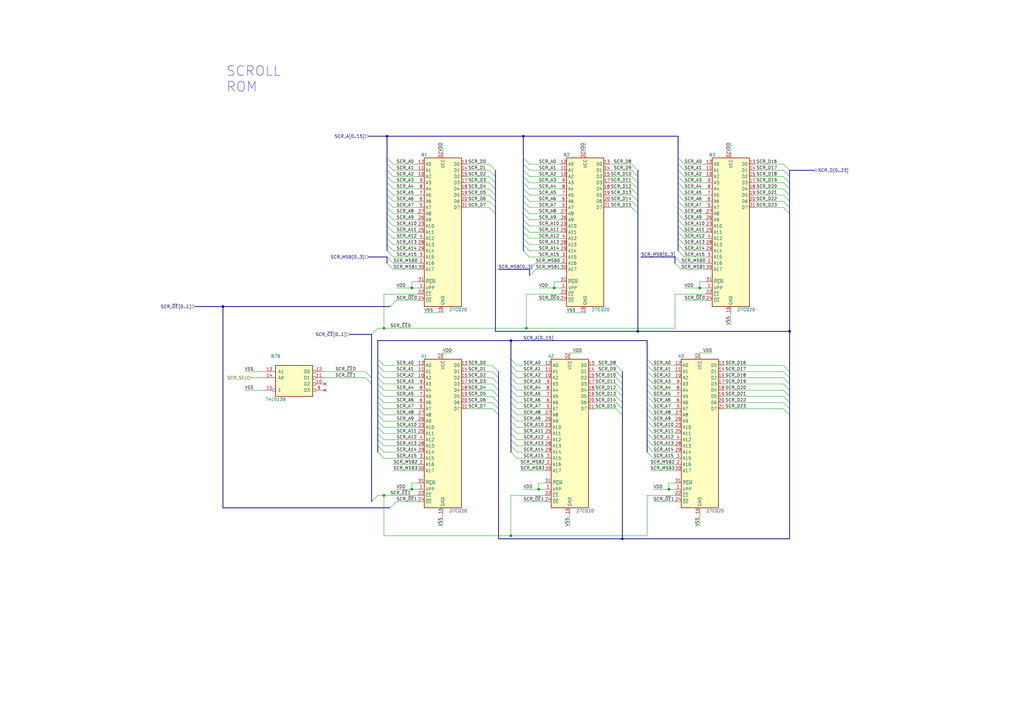
<source format=kicad_sch>
(kicad_sch (version 20211123) (generator eeschema)
  (paper "A3")
  (title_block (title "System 18") (date "2022-03-18") (rev "José Tejada G.") (company "JOTEGO") (comment 1 "Esperanza Triana"))
  (lib_symbols
    (symbol "74xx:74LS139" (pin_names (offset 1.016))
      (property "Reference" "U" (at -7.62 8.89 0))
      (property "Value" "74LS139" (at -7.62 -8.89 0))
      (symbol "74LS139_1_0"
        (pin input inverted (at -12.7 -5.08 0) (length 5.08) (name "E") (number "1"))
        (pin input line (at -12.7 0 0) (length 5.08) (name "A0") (number "2"))
        (pin input line (at -12.7 2.54 0) (length 5.08) (name "A1") (number "3"))
        (pin output inverted (at 12.7 2.54 180) (length 5.08) (name "O0") (number "4"))
        (pin output inverted (at 12.7 0 180) (length 5.08) (name "O1") (number "5"))
        (pin output inverted (at 12.7 -2.54 180) (length 5.08) (name "O2") (number "6"))
        (pin output inverted (at 12.7 -5.08 180) (length 5.08) (name "O3") (number "7"))
      )
      (symbol "74LS139_1_1"
        (rectangle (start -7.62 5.08) (end 7.62 -7.62) (stroke (width 0.254)) (fill (type background)))
      )
      (symbol "74LS139_2_0"
        (pin output inverted (at 12.7 -2.54 180) (length 5.08) (name "O2") (number "10"))
        (pin output inverted (at 12.7 0 180) (length 5.08) (name "O1") (number "11"))
        (pin output inverted (at 12.7 2.54 180) (length 5.08) (name "O0") (number "12"))
        (pin input line (at -12.7 2.54 0) (length 5.08) (name "A1") (number "13"))
        (pin input line (at -12.7 0 0) (length 5.08) (name "A0") (number "14"))
        (pin input inverted (at -12.7 -5.08 0) (length 5.08) (name "E") (number "15"))
        (pin output inverted (at 12.7 -5.08 180) (length 5.08) (name "O3") (number "9"))
      )
      (symbol "74LS139_2_1"
        (rectangle (start -7.62 5.08) (end 7.62 -7.62) (stroke (width 0.254)) (fill (type background)))
      )
      (symbol "74LS139_3_0"
        (pin power_in line (at 0 12.7 270) (length 5.08) (name "VCC") (number "16"))
        (pin power_in line (at 0 -12.7 90) (length 5.08) (name "GND") (number "8"))
      )
      (symbol "74LS139_3_1"
        (rectangle (start -5.08 7.62) (end 5.08 -7.62) (stroke (width 0.254)) (fill (type background)))
      )
    )
    (symbol "Memory_EPROM:27C020"
      (property "Reference" "U" (at -7.62 31.75 0))
      (property "Value" "27C020" (at 2.54 -31.75 0))
      (symbol "27C020_1_1"
        (rectangle (start -7.62 30.48) (end 7.62 -30.48) (stroke (width 0.254)) (fill (type background)))
        (pin input line (at -10.16 -22.86 0) (length 2.54) (name "VPP") (number "1"))
        (pin input line (at -10.16 22.86 0) (length 2.54) (name "A2") (number "10"))
        (pin input line (at -10.16 25.4 0) (length 2.54) (name "A1") (number "11"))
        (pin input line (at -10.16 27.94 0) (length 2.54) (name "A0") (number "12"))
        (pin tri_state line (at 10.16 27.94 180) (length 2.54) (name "D0") (number "13"))
        (pin tri_state line (at 10.16 25.4 180) (length 2.54) (name "D1") (number "14"))
        (pin tri_state line (at 10.16 22.86 180) (length 2.54) (name "D2") (number "15"))
        (pin power_in line (at 0 -33.02 90) (length 2.54) (name "GND") (number "16"))
        (pin tri_state line (at 10.16 20.32 180) (length 2.54) (name "D3") (number "17"))
        (pin tri_state line (at 10.16 17.78 180) (length 2.54) (name "D4") (number "18"))
        (pin tri_state line (at 10.16 15.24 180) (length 2.54) (name "D5") (number "19"))
        (pin input line (at -10.16 -12.7 0) (length 2.54) (name "A16") (number "2"))
        (pin tri_state line (at 10.16 12.7 180) (length 2.54) (name "D6") (number "20"))
        (pin tri_state line (at 10.16 10.16 180) (length 2.54) (name "D7") (number "21"))
        (pin input line (at -10.16 -25.4 0) (length 2.54) (name "~{CE}") (number "22"))
        (pin input line (at -10.16 2.54 0) (length 2.54) (name "A10") (number "23"))
        (pin input line (at -10.16 -27.94 0) (length 2.54) (name "~{OE}") (number "24"))
        (pin input line (at -10.16 0 0) (length 2.54) (name "A11") (number "25"))
        (pin input line (at -10.16 5.08 0) (length 2.54) (name "A9") (number "26"))
        (pin input line (at -10.16 7.62 0) (length 2.54) (name "A8") (number "27"))
        (pin input line (at -10.16 -5.08 0) (length 2.54) (name "A13") (number "28"))
        (pin input line (at -10.16 -7.62 0) (length 2.54) (name "A14") (number "29"))
        (pin input line (at -10.16 -10.16 0) (length 2.54) (name "A15") (number "3"))
        (pin input line (at -10.16 -15.24 0) (length 2.54) (name "A17") (number "30"))
        (pin input line (at -10.16 -20.32 0) (length 2.54) (name "~{PGM}") (number "31"))
        (pin power_in line (at 0 33.02 270) (length 2.54) (name "VCC") (number "32"))
        (pin input line (at -10.16 -2.54 0) (length 2.54) (name "A12") (number "4"))
        (pin input line (at -10.16 10.16 0) (length 2.54) (name "A7") (number "5"))
        (pin input line (at -10.16 12.7 0) (length 2.54) (name "A6") (number "6"))
        (pin input line (at -10.16 15.24 0) (length 2.54) (name "A5") (number "7"))
        (pin input line (at -10.16 17.78 0) (length 2.54) (name "A4") (number "8"))
        (pin input line (at -10.16 20.32 0) (length 2.54) (name "A3") (number "9"))
      )
    )
  )
  (junction (at 168.91 200.66))
  (junction (at 158.75 55.88))
  (junction (at 261.62 135.89))
  (junction (at 209.55 219.71))
  (junction (at 209.55 139.7))
  (junction (at 323.85 135.89))
  (junction (at 215.9 134.62))
  (junction (at 274.32 200.66))
  (junction (at 157.48 203.2))
  (junction (at 227.33 118.11))
  (junction (at 287.02 118.11))
  (junction (at 255.27 220.98))
  (junction (at 157.48 134.62))
  (junction (at 91.44 125.73))
  (junction (at 220.98 200.66))
  (junction (at 214.63 55.88))
  (junction (at 168.91 118.11))
  (no_connect (at 133.35 157.48))
  (no_connect (at 133.35 160.02))
  (bus_entry (at 265.43 157.48) (size 2.54 2.54))
  (bus_entry (at 321.31 157.48) (size 2.54 2.54))
  (bus_entry (at 149.86 152.4) (size 2.54 2.54))
  (bus_entry (at 201.93 160.02) (size 2.54 2.54))
  (bus_entry (at 214.63 77.47) (size 2.54 2.54))
  (bus_entry (at 149.86 154.94) (size 2.54 2.54))
  (bus_entry (at 252.73 157.48) (size 2.54 2.54))
  (bus_entry (at 209.55 147.32) (size 2.54 2.54))
  (bus_entry (at 214.63 92.71) (size 2.54 2.54))
  (bus_entry (at 278.13 67.31) (size 2.54 2.54))
  (bus_entry (at 214.63 74.93) (size 2.54 2.54))
  (bus_entry (at 321.31 165.1) (size 2.54 2.54))
  (bus_entry (at 201.93 154.94) (size 2.54 2.54))
  (bus_entry (at 214.63 87.63) (size 2.54 2.54))
  (bus_entry (at 158.75 77.47) (size 2.54 2.54))
  (bus_entry (at 158.75 100.33) (size 2.54 2.54))
  (bus_entry (at 265.43 152.4) (size 2.54 2.54))
  (bus_entry (at 200.66 80.01) (size 2.54 2.54))
  (bus_entry (at 158.75 74.93) (size 2.54 2.54))
  (bus_entry (at 214.63 80.01) (size 2.54 2.54))
  (bus_entry (at 154.94 165.1) (size 2.54 2.54))
  (bus_entry (at 321.31 154.94) (size 2.54 2.54))
  (bus_entry (at 158.75 72.39) (size 2.54 2.54))
  (bus_entry (at 200.66 72.39) (size 2.54 2.54))
  (bus_entry (at 160.02 208.28) (size 2.54 -2.54))
  (bus_entry (at 200.66 77.47) (size 2.54 2.54))
  (bus_entry (at 278.13 92.71) (size 2.54 2.54))
  (bus_entry (at 321.31 152.4) (size 2.54 2.54))
  (bus_entry (at 278.13 64.77) (size 2.54 2.54))
  (bus_entry (at 154.94 154.94) (size 2.54 2.54))
  (bus_entry (at 278.13 97.79) (size 2.54 2.54))
  (bus_entry (at 265.43 154.94) (size 2.54 2.54))
  (bus_entry (at 154.94 152.4) (size 2.54 2.54))
  (bus_entry (at 265.43 185.42) (size 2.54 2.54))
  (bus_entry (at 158.75 90.17) (size 2.54 2.54))
  (bus_entry (at 321.31 162.56) (size 2.54 2.54))
  (bus_entry (at 209.55 160.02) (size 2.54 2.54))
  (bus_entry (at 209.55 149.86) (size 2.54 2.54))
  (bus_entry (at 265.43 175.26) (size 2.54 2.54))
  (bus_entry (at 321.31 160.02) (size 2.54 2.54))
  (bus_entry (at 252.73 167.64) (size 2.54 2.54))
  (bus_entry (at 200.66 82.55) (size 2.54 2.54))
  (bus_entry (at 154.94 175.26) (size 2.54 2.54))
  (bus_entry (at 217.17 113.03) (size 2.54 -2.54))
  (bus_entry (at 252.73 154.94) (size 2.54 2.54))
  (bus_entry (at 201.93 152.4) (size 2.54 2.54))
  (bus_entry (at 209.55 170.18) (size 2.54 2.54))
  (bus_entry (at 214.63 67.31) (size 2.54 2.54))
  (bus_entry (at 265.43 180.34) (size 2.54 2.54))
  (bus_entry (at 265.43 172.72) (size 2.54 2.54))
  (bus_entry (at 276.86 105.41) (size 2.54 2.54))
  (bus_entry (at 259.08 69.85) (size 2.54 2.54))
  (bus_entry (at 154.94 170.18) (size 2.54 2.54))
  (bus_entry (at 154.94 160.02) (size 2.54 2.54))
  (bus_entry (at 276.86 107.95) (size 2.54 2.54))
  (bus_entry (at 201.93 167.64) (size 2.54 2.54))
  (bus_entry (at 321.31 85.09) (size 2.54 2.54))
  (bus_entry (at 252.73 152.4) (size 2.54 2.54))
  (bus_entry (at 200.66 85.09) (size 2.54 2.54))
  (bus_entry (at 278.13 87.63) (size 2.54 2.54))
  (bus_entry (at 278.13 82.55) (size 2.54 2.54))
  (bus_entry (at 158.75 82.55) (size 2.54 2.54))
  (bus_entry (at 201.93 149.86) (size 2.54 2.54))
  (bus_entry (at 259.08 74.93) (size 2.54 2.54))
  (bus_entry (at 214.63 90.17) (size 2.54 2.54))
  (bus_entry (at 214.63 97.79) (size 2.54 2.54))
  (bus_entry (at 214.63 69.85) (size 2.54 2.54))
  (bus_entry (at 209.55 157.48) (size 2.54 2.54))
  (bus_entry (at 278.13 85.09) (size 2.54 2.54))
  (bus_entry (at 321.31 67.31) (size 2.54 2.54))
  (bus_entry (at 217.17 110.49) (size 2.54 -2.54))
  (bus_entry (at 158.75 87.63) (size 2.54 2.54))
  (bus_entry (at 278.13 72.39) (size 2.54 2.54))
  (bus_entry (at 158.75 80.01) (size 2.54 2.54))
  (bus_entry (at 154.94 177.8) (size 2.54 2.54))
  (bus_entry (at 152.4 205.74) (size 2.54 -2.54))
  (bus_entry (at 201.93 162.56) (size 2.54 2.54))
  (bus_entry (at 201.93 165.1) (size 2.54 2.54))
  (bus_entry (at 278.13 102.87) (size 2.54 2.54))
  (bus_entry (at 209.55 180.34) (size 2.54 2.54))
  (bus_entry (at 265.43 170.18) (size 2.54 2.54))
  (bus_entry (at 152.4 137.16) (size 2.54 -2.54))
  (bus_entry (at 265.43 147.32) (size 2.54 2.54))
  (bus_entry (at 200.66 74.93) (size 2.54 2.54))
  (bus_entry (at 154.94 147.32) (size 2.54 2.54))
  (bus_entry (at 154.94 167.64) (size 2.54 2.54))
  (bus_entry (at 214.63 82.55) (size 2.54 2.54))
  (bus_entry (at 154.94 149.86) (size 2.54 2.54))
  (bus_entry (at 209.55 162.56) (size 2.54 2.54))
  (bus_entry (at 259.08 77.47) (size 2.54 2.54))
  (bus_entry (at 252.73 165.1) (size 2.54 2.54))
  (bus_entry (at 259.08 72.39) (size 2.54 2.54))
  (bus_entry (at 321.31 82.55) (size 2.54 2.54))
  (bus_entry (at 321.31 72.39) (size 2.54 2.54))
  (bus_entry (at 278.13 69.85) (size 2.54 2.54))
  (bus_entry (at 214.63 102.87) (size 2.54 2.54))
  (bus_entry (at 200.66 69.85) (size 2.54 2.54))
  (bus_entry (at 214.63 95.25) (size 2.54 2.54))
  (bus_entry (at 321.31 149.86) (size 2.54 2.54))
  (bus_entry (at 158.75 85.09) (size 2.54 2.54))
  (bus_entry (at 214.63 85.09) (size 2.54 2.54))
  (bus_entry (at 201.93 157.48) (size 2.54 2.54))
  (bus_entry (at 265.43 167.64) (size 2.54 2.54))
  (bus_entry (at 209.55 177.8) (size 2.54 2.54))
  (bus_entry (at 214.63 64.77) (size 2.54 2.54))
  (bus_entry (at 154.94 182.88) (size 2.54 2.54))
  (bus_entry (at 158.75 64.77) (size 2.54 2.54))
  (bus_entry (at 259.08 80.01) (size 2.54 2.54))
  (bus_entry (at 265.43 177.8) (size 2.54 2.54))
  (bus_entry (at 160.02 125.73) (size 2.54 -2.54))
  (bus_entry (at 200.66 67.31) (size 2.54 2.54))
  (bus_entry (at 158.75 107.95) (size 2.54 2.54))
  (bus_entry (at 321.31 74.93) (size 2.54 2.54))
  (bus_entry (at 252.73 160.02) (size 2.54 2.54))
  (bus_entry (at 214.63 100.33) (size 2.54 2.54))
  (bus_entry (at 259.08 85.09) (size 2.54 2.54))
  (bus_entry (at 158.75 69.85) (size 2.54 2.54))
  (bus_entry (at 209.55 165.1) (size 2.54 2.54))
  (bus_entry (at 252.73 162.56) (size 2.54 2.54))
  (bus_entry (at 278.13 90.17) (size 2.54 2.54))
  (bus_entry (at 265.43 162.56) (size 2.54 2.54))
  (bus_entry (at 209.55 167.64) (size 2.54 2.54))
  (bus_entry (at 259.08 67.31) (size 2.54 2.54))
  (bus_entry (at 158.75 67.31) (size 2.54 2.54))
  (bus_entry (at 209.55 152.4) (size 2.54 2.54))
  (bus_entry (at 158.75 102.87) (size 2.54 2.54))
  (bus_entry (at 209.55 172.72) (size 2.54 2.54))
  (bus_entry (at 321.31 167.64) (size 2.54 2.54))
  (bus_entry (at 154.94 162.56) (size 2.54 2.54))
  (bus_entry (at 158.75 105.41) (size 2.54 2.54))
  (bus_entry (at 278.13 95.25) (size 2.54 2.54))
  (bus_entry (at 158.75 97.79) (size 2.54 2.54))
  (bus_entry (at 209.55 185.42) (size 2.54 2.54))
  (bus_entry (at 259.08 82.55) (size 2.54 2.54))
  (bus_entry (at 209.55 154.94) (size 2.54 2.54))
  (bus_entry (at 278.13 80.01) (size 2.54 2.54))
  (bus_entry (at 158.75 95.25) (size 2.54 2.54))
  (bus_entry (at 154.94 180.34) (size 2.54 2.54))
  (bus_entry (at 154.94 185.42) (size 2.54 2.54))
  (bus_entry (at 252.73 149.86) (size 2.54 2.54))
  (bus_entry (at 154.94 172.72) (size 2.54 2.54))
  (bus_entry (at 209.55 182.88) (size 2.54 2.54))
  (bus_entry (at 278.13 100.33) (size 2.54 2.54))
  (bus_entry (at 278.13 77.47) (size 2.54 2.54))
  (bus_entry (at 265.43 160.02) (size 2.54 2.54))
  (bus_entry (at 158.75 92.71) (size 2.54 2.54))
  (bus_entry (at 321.31 69.85) (size 2.54 2.54))
  (bus_entry (at 321.31 77.47) (size 2.54 2.54))
  (bus_entry (at 265.43 182.88) (size 2.54 2.54))
  (bus_entry (at 154.94 157.48) (size 2.54 2.54))
  (bus_entry (at 278.13 74.93) (size 2.54 2.54))
  (bus_entry (at 265.43 165.1) (size 2.54 2.54))
  (bus_entry (at 321.31 80.01) (size 2.54 2.54))
  (bus_entry (at 265.43 149.86) (size 2.54 2.54))
  (bus_entry (at 214.63 72.39) (size 2.54 2.54))
  (bus_entry (at 209.55 175.26) (size 2.54 2.54))
  (wire (pts (xy 217.17 105.41) (xy 229.87 105.41)))
  (bus (pts (xy 323.85 170.18) (xy 323.85 220.98)))
  (bus (pts (xy 278.13 69.85) (xy 278.13 72.39)))
  (bus (pts (xy 265.43 175.26) (xy 265.43 177.8)))
  (bus (pts (xy 214.63 55.88) (xy 214.63 64.77)))
  (bus (pts (xy 265.43 182.88) (xy 265.43 185.42)))
  (wire (pts (xy 321.31 74.93) (xy 309.88 74.93)))
  (wire (pts (xy 267.97 175.26) (xy 276.86 175.26)))
  (bus (pts (xy 214.63 80.01) (xy 214.63 82.55)))
  (wire (pts (xy 287.02 144.78) (xy 292.1 144.78)))
  (wire (pts (xy 220.98 200.66) (xy 220.98 198.12)))
  (bus (pts (xy 209.55 182.88) (xy 209.55 185.42)))
  (bus (pts (xy 158.75 85.09) (xy 158.75 87.63)))
  (wire (pts (xy 252.73 160.02) (xy 243.84 160.02)))
  (wire (pts (xy 252.73 152.4) (xy 243.84 152.4)))
  (bus (pts (xy 158.75 107.95) (xy 158.75 105.41)))
  (wire (pts (xy 200.66 82.55) (xy 191.77 82.55)))
  (bus (pts (xy 204.47 167.64) (xy 204.47 170.18)))
  (wire (pts (xy 200.66 77.47) (xy 191.77 77.47)))
  (wire (pts (xy 161.29 102.87) (xy 171.45 102.87)))
  (wire (pts (xy 280.67 67.31) (xy 289.56 67.31)))
  (wire (pts (xy 259.08 67.31) (xy 250.19 67.31)))
  (bus (pts (xy 255.27 152.4) (xy 255.27 154.94)))
  (wire (pts (xy 200.66 85.09) (xy 191.77 85.09)))
  (bus (pts (xy 154.94 180.34) (xy 154.94 182.88)))
  (bus (pts (xy 209.55 162.56) (xy 209.55 165.1)))
  (wire (pts (xy 213.36 193.04) (xy 223.52 193.04)))
  (bus (pts (xy 91.44 208.28) (xy 160.02 208.28)))
  (bus (pts (xy 261.62 80.01) (xy 261.62 82.55)))
  (wire (pts (xy 212.09 187.96) (xy 223.52 187.96)))
  (bus (pts (xy 323.85 82.55) (xy 323.85 85.09)))
  (bus (pts (xy 158.75 97.79) (xy 158.75 100.33)))
  (bus (pts (xy 323.85 154.94) (xy 323.85 157.48)))
  (bus (pts (xy 204.47 162.56) (xy 204.47 165.1)))
  (bus (pts (xy 203.2 85.09) (xy 203.2 87.63)))
  (wire (pts (xy 280.67 102.87) (xy 289.56 102.87)))
  (wire (pts (xy 161.29 90.17) (xy 171.45 90.17)))
  (wire (pts (xy 321.31 157.48) (xy 297.18 157.48)))
  (wire (pts (xy 217.17 97.79) (xy 229.87 97.79)))
  (wire (pts (xy 201.93 165.1) (xy 191.77 165.1)))
  (wire (pts (xy 161.29 87.63) (xy 171.45 87.63)))
  (wire (pts (xy 289.56 118.11) (xy 287.02 118.11)))
  (wire (pts (xy 161.29 105.41) (xy 171.45 105.41)))
  (wire (pts (xy 212.09 182.88) (xy 223.52 182.88)))
  (wire (pts (xy 212.09 165.1) (xy 223.52 165.1)))
  (bus (pts (xy 154.94 160.02) (xy 154.94 162.56)))
  (wire (pts (xy 267.97 165.1) (xy 276.86 165.1)))
  (wire (pts (xy 161.29 100.33) (xy 171.45 100.33)))
  (wire (pts (xy 223.52 198.12) (xy 220.98 198.12)))
  (bus (pts (xy 278.13 95.25) (xy 278.13 97.79)))
  (bus (pts (xy 278.13 82.55) (xy 278.13 85.09)))
  (bus (pts (xy 158.75 64.77) (xy 158.75 67.31)))
  (wire (pts (xy 157.48 162.56) (xy 171.45 162.56)))
  (wire (pts (xy 321.31 149.86) (xy 297.18 149.86)))
  (wire (pts (xy 133.35 154.94) (xy 149.86 154.94)))
  (wire (pts (xy 233.68 144.78) (xy 238.76 144.78)))
  (wire (pts (xy 212.09 167.64) (xy 223.52 167.64)))
  (bus (pts (xy 323.85 72.39) (xy 323.85 74.93)))
  (bus (pts (xy 265.43 165.1) (xy 265.43 167.64)))
  (bus (pts (xy 214.63 64.77) (xy 214.63 67.31)))
  (wire (pts (xy 267.97 160.02) (xy 276.86 160.02)))
  (bus (pts (xy 265.43 152.4) (xy 265.43 154.94)))
  (bus (pts (xy 91.44 125.73) (xy 80.01 125.73)))
  (bus (pts (xy 278.13 85.09) (xy 278.13 87.63)))
  (bus (pts (xy 323.85 87.63) (xy 323.85 135.89)))
  (bus (pts (xy 214.63 72.39) (xy 214.63 74.93)))
  (wire (pts (xy 212.09 152.4) (xy 223.52 152.4)))
  (bus (pts (xy 214.63 69.85) (xy 214.63 72.39)))
  (wire (pts (xy 267.97 177.8) (xy 276.86 177.8)))
  (wire (pts (xy 162.56 123.19) (xy 171.45 123.19)))
  (bus (pts (xy 158.75 92.71) (xy 158.75 95.25)))
  (wire (pts (xy 161.29 85.09) (xy 171.45 85.09)))
  (bus (pts (xy 158.75 105.41) (xy 151.13 105.41)))
  (bus (pts (xy 334.01 69.85) (xy 323.85 69.85)))
  (bus (pts (xy 214.63 100.33) (xy 214.63 102.87)))
  (wire (pts (xy 157.48 154.94) (xy 171.45 154.94)))
  (wire (pts (xy 223.52 200.66) (xy 220.98 200.66)))
  (wire (pts (xy 321.31 160.02) (xy 297.18 160.02)))
  (bus (pts (xy 214.63 55.88) (xy 278.13 55.88)))
  (bus (pts (xy 214.63 90.17) (xy 214.63 92.71)))
  (wire (pts (xy 161.29 69.85) (xy 171.45 69.85)))
  (wire (pts (xy 209.55 203.2) (xy 223.52 203.2)))
  (bus (pts (xy 158.75 90.17) (xy 158.75 92.71)))
  (wire (pts (xy 157.48 187.96) (xy 171.45 187.96)))
  (wire (pts (xy 161.29 74.93) (xy 171.45 74.93)))
  (wire (pts (xy 215.9 120.65) (xy 229.87 120.65)))
  (wire (pts (xy 220.98 123.19) (xy 229.87 123.19)))
  (wire (pts (xy 157.48 177.8) (xy 171.45 177.8)))
  (wire (pts (xy 217.17 80.01) (xy 229.87 80.01)))
  (bus (pts (xy 209.55 167.64) (xy 209.55 170.18)))
  (wire (pts (xy 212.09 177.8) (xy 223.52 177.8)))
  (wire (pts (xy 171.45 118.11) (xy 168.91 118.11)))
  (wire (pts (xy 161.29 107.95) (xy 171.45 107.95)))
  (wire (pts (xy 274.32 200.66) (xy 267.97 200.66)))
  (wire (pts (xy 280.67 85.09) (xy 289.56 85.09)))
  (wire (pts (xy 157.48 203.2) (xy 171.45 203.2)))
  (wire (pts (xy 217.17 67.31) (xy 229.87 67.31)))
  (wire (pts (xy 321.31 67.31) (xy 309.88 67.31)))
  (wire (pts (xy 229.87 115.57) (xy 227.33 115.57)))
  (wire (pts (xy 280.67 72.39) (xy 289.56 72.39)))
  (wire (pts (xy 259.08 82.55) (xy 250.19 82.55)))
  (bus (pts (xy 204.47 160.02) (xy 204.47 162.56)))
  (wire (pts (xy 157.48 172.72) (xy 171.45 172.72)))
  (bus (pts (xy 214.63 82.55) (xy 214.63 85.09)))
  (wire (pts (xy 161.29 190.5) (xy 171.45 190.5)))
  (wire (pts (xy 181.61 62.23) (xy 181.61 58.42)))
  (wire (pts (xy 201.93 149.86) (xy 191.77 149.86)))
  (wire (pts (xy 161.29 82.55) (xy 171.45 82.55)))
  (wire (pts (xy 299.72 128.27) (xy 299.72 133.35)))
  (wire (pts (xy 252.73 162.56) (xy 243.84 162.56)))
  (wire (pts (xy 161.29 67.31) (xy 171.45 67.31)))
  (bus (pts (xy 323.85 152.4) (xy 323.85 154.94)))
  (bus (pts (xy 204.47 110.49) (xy 217.17 110.49)))
  (bus (pts (xy 209.55 149.86) (xy 209.55 152.4)))
  (bus (pts (xy 158.75 55.88) (xy 158.75 64.77)))
  (bus (pts (xy 209.55 139.7) (xy 265.43 139.7)))
  (wire (pts (xy 227.33 118.11) (xy 227.33 115.57)))
  (wire (pts (xy 259.08 80.01) (xy 250.19 80.01)))
  (wire (pts (xy 233.68 210.82) (xy 233.68 215.9)))
  (bus (pts (xy 154.94 157.48) (xy 154.94 160.02)))
  (wire (pts (xy 107.95 160.02) (xy 100.33 160.02)))
  (wire (pts (xy 276.86 198.12) (xy 274.32 198.12)))
  (wire (pts (xy 217.17 90.17) (xy 229.87 90.17)))
  (wire (pts (xy 280.67 97.79) (xy 289.56 97.79)))
  (bus (pts (xy 323.85 85.09) (xy 323.85 87.63)))
  (wire (pts (xy 181.61 144.78) (xy 185.42 144.78)))
  (wire (pts (xy 276.86 120.65) (xy 276.86 134.62)))
  (bus (pts (xy 154.94 154.94) (xy 154.94 157.48)))
  (wire (pts (xy 212.09 162.56) (xy 223.52 162.56)))
  (bus (pts (xy 278.13 87.63) (xy 278.13 90.17)))
  (wire (pts (xy 157.48 134.62) (xy 215.9 134.62)))
  (wire (pts (xy 157.48 182.88) (xy 171.45 182.88)))
  (wire (pts (xy 252.73 165.1) (xy 243.84 165.1)))
  (wire (pts (xy 217.17 102.87) (xy 229.87 102.87)))
  (wire (pts (xy 287.02 118.11) (xy 287.02 115.57)))
  (wire (pts (xy 267.97 205.74) (xy 276.86 205.74)))
  (bus (pts (xy 261.62 135.89) (xy 323.85 135.89)))
  (bus (pts (xy 255.27 154.94) (xy 255.27 157.48)))
  (bus (pts (xy 255.27 220.98) (xy 323.85 220.98)))
  (wire (pts (xy 227.33 118.11) (xy 220.98 118.11)))
  (wire (pts (xy 168.91 200.66) (xy 168.91 198.12)))
  (bus (pts (xy 261.62 72.39) (xy 261.62 74.93)))
  (wire (pts (xy 267.97 170.18) (xy 276.86 170.18)))
  (wire (pts (xy 215.9 134.62) (xy 276.86 134.62)))
  (wire (pts (xy 200.66 72.39) (xy 191.77 72.39)))
  (wire (pts (xy 276.86 200.66) (xy 274.32 200.66)))
  (wire (pts (xy 201.93 154.94) (xy 191.77 154.94)))
  (wire (pts (xy 212.09 149.86) (xy 223.52 149.86)))
  (wire (pts (xy 181.61 128.27) (xy 173.99 128.27)))
  (bus (pts (xy 154.94 165.1) (xy 154.94 167.64)))
  (wire (pts (xy 259.08 77.47) (xy 250.19 77.47)))
  (bus (pts (xy 158.75 77.47) (xy 158.75 80.01)))
  (bus (pts (xy 265.43 160.02) (xy 265.43 162.56)))
  (wire (pts (xy 209.55 219.71) (xy 157.48 219.71)))
  (wire (pts (xy 321.31 69.85) (xy 309.88 69.85)))
  (wire (pts (xy 280.67 80.01) (xy 289.56 80.01)))
  (bus (pts (xy 255.27 170.18) (xy 255.27 220.98)))
  (bus (pts (xy 214.63 95.25) (xy 214.63 97.79)))
  (wire (pts (xy 157.48 180.34) (xy 171.45 180.34)))
  (bus (pts (xy 276.86 107.95) (xy 276.86 105.41)))
  (wire (pts (xy 321.31 72.39) (xy 309.88 72.39)))
  (bus (pts (xy 158.75 82.55) (xy 158.75 85.09)))
  (wire (pts (xy 181.61 210.82) (xy 181.61 215.9)))
  (wire (pts (xy 280.67 92.71) (xy 289.56 92.71)))
  (bus (pts (xy 214.63 74.93) (xy 214.63 77.47)))
  (wire (pts (xy 157.48 160.02) (xy 171.45 160.02)))
  (bus (pts (xy 209.55 180.34) (xy 209.55 182.88)))
  (bus (pts (xy 91.44 125.73) (xy 91.44 208.28)))
  (wire (pts (xy 280.67 105.41) (xy 289.56 105.41)))
  (wire (pts (xy 321.31 167.64) (xy 297.18 167.64)))
  (bus (pts (xy 261.62 85.09) (xy 261.62 87.63)))
  (wire (pts (xy 107.95 152.4) (xy 100.33 152.4)))
  (bus (pts (xy 154.94 149.86) (xy 154.94 152.4)))
  (wire (pts (xy 217.17 69.85) (xy 229.87 69.85)))
  (wire (pts (xy 219.71 107.95) (xy 229.87 107.95)))
  (wire (pts (xy 267.97 180.34) (xy 276.86 180.34)))
  (bus (pts (xy 323.85 77.47) (xy 323.85 80.01)))
  (wire (pts (xy 267.97 167.64) (xy 276.86 167.64)))
  (wire (pts (xy 280.67 95.25) (xy 289.56 95.25)))
  (bus (pts (xy 214.63 92.71) (xy 214.63 95.25)))
  (wire (pts (xy 157.48 219.71) (xy 157.48 203.2)))
  (bus (pts (xy 278.13 92.71) (xy 278.13 95.25)))
  (wire (pts (xy 217.17 87.63) (xy 229.87 87.63)))
  (bus (pts (xy 209.55 139.7) (xy 154.94 139.7)))
  (wire (pts (xy 217.17 82.55) (xy 229.87 82.55)))
  (bus (pts (xy 203.2 87.63) (xy 203.2 135.89)))
  (bus (pts (xy 255.27 165.1) (xy 255.27 167.64)))
  (bus (pts (xy 209.55 172.72) (xy 209.55 175.26)))
  (wire (pts (xy 321.31 162.56) (xy 297.18 162.56)))
  (wire (pts (xy 321.31 152.4) (xy 297.18 152.4)))
  (wire (pts (xy 157.48 165.1) (xy 171.45 165.1)))
  (bus (pts (xy 154.94 177.8) (xy 154.94 180.34)))
  (wire (pts (xy 161.29 80.01) (xy 171.45 80.01)))
  (bus (pts (xy 265.43 177.8) (xy 265.43 180.34)))
  (wire (pts (xy 267.97 185.42) (xy 276.86 185.42)))
  (wire (pts (xy 220.98 200.66) (xy 214.63 200.66)))
  (wire (pts (xy 215.9 120.65) (xy 215.9 134.62)))
  (bus (pts (xy 209.55 175.26) (xy 209.55 177.8)))
  (wire (pts (xy 157.48 120.65) (xy 157.48 134.62)))
  (bus (pts (xy 217.17 110.49) (xy 217.17 113.03)))
  (bus (pts (xy 323.85 74.93) (xy 323.85 77.47)))
  (wire (pts (xy 200.66 80.01) (xy 191.77 80.01)))
  (bus (pts (xy 323.85 160.02) (xy 323.85 162.56)))
  (wire (pts (xy 161.29 72.39) (xy 171.45 72.39)))
  (bus (pts (xy 209.55 177.8) (xy 209.55 180.34)))
  (bus (pts (xy 278.13 64.77) (xy 278.13 67.31)))
  (bus (pts (xy 209.55 154.94) (xy 209.55 157.48)))
  (wire (pts (xy 287.02 210.82) (xy 287.02 215.9)))
  (bus (pts (xy 209.55 152.4) (xy 209.55 154.94)))
  (wire (pts (xy 212.09 160.02) (xy 223.52 160.02)))
  (wire (pts (xy 212.09 180.34) (xy 223.52 180.34)))
  (wire (pts (xy 168.91 118.11) (xy 162.56 118.11)))
  (bus (pts (xy 265.43 167.64) (xy 265.43 170.18)))
  (wire (pts (xy 162.56 205.74) (xy 171.45 205.74)))
  (bus (pts (xy 261.62 77.47) (xy 261.62 80.01)))
  (wire (pts (xy 280.67 100.33) (xy 289.56 100.33)))
  (bus (pts (xy 255.27 157.48) (xy 255.27 160.02)))
  (bus (pts (xy 278.13 67.31) (xy 278.13 69.85)))
  (bus (pts (xy 204.47 220.98) (xy 255.27 220.98)))
  (wire (pts (xy 276.86 120.65) (xy 289.56 120.65)))
  (wire (pts (xy 252.73 157.48) (xy 243.84 157.48)))
  (wire (pts (xy 212.09 172.72) (xy 223.52 172.72)))
  (wire (pts (xy 217.17 95.25) (xy 229.87 95.25)))
  (wire (pts (xy 267.97 182.88) (xy 276.86 182.88)))
  (bus (pts (xy 214.63 85.09) (xy 214.63 87.63)))
  (bus (pts (xy 255.27 162.56) (xy 255.27 165.1)))
  (bus (pts (xy 158.75 55.88) (xy 214.63 55.88)))
  (bus (pts (xy 204.47 154.94) (xy 204.47 157.48)))
  (bus (pts (xy 203.2 77.47) (xy 203.2 80.01)))
  (wire (pts (xy 201.93 160.02) (xy 191.77 160.02)))
  (wire (pts (xy 171.45 198.12) (xy 168.91 198.12)))
  (bus (pts (xy 154.94 139.7) (xy 154.94 147.32)))
  (bus (pts (xy 204.47 170.18) (xy 204.47 220.98)))
  (wire (pts (xy 161.29 92.71) (xy 171.45 92.71)))
  (bus (pts (xy 158.75 74.93) (xy 158.75 77.47)))
  (bus (pts (xy 261.62 69.85) (xy 261.62 72.39)))
  (wire (pts (xy 200.66 67.31) (xy 191.77 67.31)))
  (bus (pts (xy 160.02 125.73) (xy 91.44 125.73)))
  (wire (pts (xy 259.08 69.85) (xy 250.19 69.85)))
  (bus (pts (xy 214.63 87.63) (xy 214.63 90.17)))
  (bus (pts (xy 209.55 157.48) (xy 209.55 160.02)))
  (wire (pts (xy 157.48 152.4) (xy 171.45 152.4)))
  (wire (pts (xy 157.48 170.18) (xy 171.45 170.18)))
  (bus (pts (xy 154.94 152.4) (xy 154.94 154.94)))
  (bus (pts (xy 323.85 165.1) (xy 323.85 167.64)))
  (bus (pts (xy 323.85 157.48) (xy 323.85 160.02)))
  (wire (pts (xy 321.31 165.1) (xy 297.18 165.1)))
  (wire (pts (xy 265.43 203.2) (xy 276.86 203.2)))
  (wire (pts (xy 201.93 157.48) (xy 191.77 157.48)))
  (wire (pts (xy 321.31 82.55) (xy 309.88 82.55)))
  (wire (pts (xy 200.66 69.85) (xy 191.77 69.85)))
  (bus (pts (xy 265.43 157.48) (xy 265.43 160.02)))
  (bus (pts (xy 209.55 147.32) (xy 209.55 149.86)))
  (bus (pts (xy 204.47 157.48) (xy 204.47 160.02)))
  (wire (pts (xy 252.73 167.64) (xy 243.84 167.64)))
  (bus (pts (xy 203.2 82.55) (xy 203.2 85.09)))
  (wire (pts (xy 107.95 154.94) (xy 102.87 154.94)))
  (wire (pts (xy 280.67 69.85) (xy 289.56 69.85)))
  (bus (pts (xy 265.43 149.86) (xy 265.43 152.4)))
  (bus (pts (xy 203.2 80.01) (xy 203.2 82.55)))
  (bus (pts (xy 265.43 162.56) (xy 265.43 165.1)))
  (wire (pts (xy 267.97 187.96) (xy 276.86 187.96)))
  (wire (pts (xy 267.97 152.4) (xy 276.86 152.4)))
  (bus (pts (xy 158.75 80.01) (xy 158.75 82.55)))
  (wire (pts (xy 321.31 80.01) (xy 309.88 80.01)))
  (wire (pts (xy 157.48 175.26) (xy 171.45 175.26)))
  (wire (pts (xy 161.29 193.04) (xy 171.45 193.04)))
  (wire (pts (xy 168.91 118.11) (xy 168.91 115.57)))
  (bus (pts (xy 255.27 160.02) (xy 255.27 162.56)))
  (wire (pts (xy 321.31 154.94) (xy 297.18 154.94)))
  (bus (pts (xy 323.85 162.56) (xy 323.85 165.1)))
  (bus (pts (xy 158.75 87.63) (xy 158.75 90.17)))
  (wire (pts (xy 217.17 77.47) (xy 229.87 77.47)))
  (wire (pts (xy 212.09 175.26) (xy 223.52 175.26)))
  (wire (pts (xy 279.4 110.49) (xy 289.56 110.49)))
  (wire (pts (xy 280.67 123.19) (xy 289.56 123.19)))
  (wire (pts (xy 209.55 203.2) (xy 209.55 219.71)))
  (bus (pts (xy 158.75 69.85) (xy 158.75 72.39)))
  (bus (pts (xy 209.55 170.18) (xy 209.55 172.72)))
  (wire (pts (xy 265.43 219.71) (xy 209.55 219.71)))
  (wire (pts (xy 217.17 92.71) (xy 229.87 92.71)))
  (bus (pts (xy 265.43 139.7) (xy 265.43 147.32)))
  (bus (pts (xy 214.63 97.79) (xy 214.63 100.33)))
  (wire (pts (xy 240.03 62.23) (xy 240.03 58.42)))
  (bus (pts (xy 203.2 74.93) (xy 203.2 77.47)))
  (wire (pts (xy 321.31 85.09) (xy 309.88 85.09)))
  (bus (pts (xy 154.94 170.18) (xy 154.94 172.72)))
  (wire (pts (xy 267.97 149.86) (xy 276.86 149.86)))
  (bus (pts (xy 154.94 175.26) (xy 154.94 177.8)))
  (bus (pts (xy 154.94 162.56) (xy 154.94 165.1)))
  (wire (pts (xy 157.48 149.86) (xy 171.45 149.86)))
  (wire (pts (xy 161.29 95.25) (xy 171.45 95.25)))
  (wire (pts (xy 267.97 154.94) (xy 276.86 154.94)))
  (wire (pts (xy 157.48 120.65) (xy 171.45 120.65)))
  (bus (pts (xy 154.94 167.64) (xy 154.94 170.18)))
  (wire (pts (xy 266.7 190.5) (xy 276.86 190.5)))
  (bus (pts (xy 323.85 135.89) (xy 323.85 152.4)))
  (bus (pts (xy 265.43 170.18) (xy 265.43 172.72)))
  (wire (pts (xy 200.66 74.93) (xy 191.77 74.93)))
  (wire (pts (xy 171.45 200.66) (xy 168.91 200.66)))
  (wire (pts (xy 274.32 200.66) (xy 274.32 198.12)))
  (wire (pts (xy 280.67 74.93) (xy 289.56 74.93)))
  (wire (pts (xy 321.31 77.47) (xy 309.88 77.47)))
  (wire (pts (xy 217.17 100.33) (xy 229.87 100.33)))
  (wire (pts (xy 259.08 74.93) (xy 250.19 74.93)))
  (wire (pts (xy 217.17 72.39) (xy 229.87 72.39)))
  (wire (pts (xy 161.29 97.79) (xy 171.45 97.79)))
  (bus (pts (xy 261.62 87.63) (xy 261.62 135.89)))
  (wire (pts (xy 157.48 167.64) (xy 171.45 167.64)))
  (bus (pts (xy 152.4 137.16) (xy 143.51 137.16)))
  (wire (pts (xy 201.93 162.56) (xy 191.77 162.56)))
  (bus (pts (xy 204.47 165.1) (xy 204.47 167.64)))
  (bus (pts (xy 323.85 167.64) (xy 323.85 170.18)))
  (bus (pts (xy 154.94 182.88) (xy 154.94 185.42)))
  (bus (pts (xy 154.94 172.72) (xy 154.94 175.26)))
  (bus (pts (xy 209.55 165.1) (xy 209.55 167.64)))
  (wire (pts (xy 213.36 190.5) (xy 223.52 190.5)))
  (bus (pts (xy 203.2 72.39) (xy 203.2 74.93)))
  (bus (pts (xy 152.4 154.94) (xy 152.4 157.48)))
  (wire (pts (xy 217.17 85.09) (xy 229.87 85.09)))
  (wire (pts (xy 280.67 77.47) (xy 289.56 77.47)))
  (bus (pts (xy 278.13 100.33) (xy 278.13 102.87)))
  (bus (pts (xy 261.62 82.55) (xy 261.62 85.09)))
  (wire (pts (xy 267.97 157.48) (xy 276.86 157.48)))
  (bus (pts (xy 214.63 67.31) (xy 214.63 69.85)))
  (wire (pts (xy 201.93 152.4) (xy 191.77 152.4)))
  (bus (pts (xy 278.13 55.88) (xy 278.13 64.77)))
  (bus (pts (xy 154.94 147.32) (xy 154.94 149.86)))
  (bus (pts (xy 278.13 72.39) (xy 278.13 74.93)))
  (bus (pts (xy 323.85 69.85) (xy 323.85 72.39)))
  (bus (pts (xy 278.13 74.93) (xy 278.13 77.47)))
  (bus (pts (xy 265.43 154.94) (xy 265.43 157.48)))
  (wire (pts (xy 157.48 157.48) (xy 171.45 157.48)))
  (bus (pts (xy 151.13 55.88) (xy 158.75 55.88)))
  (wire (pts (xy 280.67 82.55) (xy 289.56 82.55)))
  (bus (pts (xy 265.43 180.34) (xy 265.43 182.88)))
  (bus (pts (xy 278.13 77.47) (xy 278.13 80.01)))
  (wire (pts (xy 252.73 154.94) (xy 243.84 154.94)))
  (wire (pts (xy 212.09 185.42) (xy 223.52 185.42)))
  (bus (pts (xy 214.63 77.47) (xy 214.63 80.01)))
  (bus (pts (xy 158.75 95.25) (xy 158.75 97.79)))
  (bus (pts (xy 278.13 97.79) (xy 278.13 100.33)))
  (bus (pts (xy 278.13 90.17) (xy 278.13 92.71)))
  (wire (pts (xy 280.67 90.17) (xy 289.56 90.17)))
  (wire (pts (xy 157.48 185.42) (xy 171.45 185.42)))
  (bus (pts (xy 203.2 135.89) (xy 261.62 135.89)))
  (bus (pts (xy 265.43 147.32) (xy 265.43 149.86)))
  (wire (pts (xy 299.72 62.23) (xy 299.72 58.42)))
  (wire (pts (xy 161.29 77.47) (xy 171.45 77.47)))
  (bus (pts (xy 158.75 100.33) (xy 158.75 102.87)))
  (bus (pts (xy 278.13 80.01) (xy 278.13 82.55)))
  (wire (pts (xy 201.93 167.64) (xy 191.77 167.64)))
  (bus (pts (xy 209.55 160.02) (xy 209.55 162.56)))
  (wire (pts (xy 171.45 115.57) (xy 168.91 115.57)))
  (wire (pts (xy 133.35 152.4) (xy 149.86 152.4)))
  (wire (pts (xy 267.97 172.72) (xy 276.86 172.72)))
  (wire (pts (xy 212.09 170.18) (xy 223.52 170.18)))
  (wire (pts (xy 259.08 85.09) (xy 250.19 85.09)))
  (wire (pts (xy 154.94 203.2) (xy 157.48 203.2)))
  (bus (pts (xy 209.55 139.7) (xy 209.55 147.32)))
  (wire (pts (xy 240.03 128.27) (xy 232.41 128.27)))
  (bus (pts (xy 323.85 80.01) (xy 323.85 82.55)))
  (wire (pts (xy 266.7 193.04) (xy 276.86 193.04)))
  (wire (pts (xy 267.97 162.56) (xy 276.86 162.56)))
  (wire (pts (xy 217.17 74.93) (xy 229.87 74.93)))
  (bus (pts (xy 152.4 157.48) (xy 152.4 205.74)))
  (wire (pts (xy 214.63 205.74) (xy 223.52 205.74)))
  (wire (pts (xy 154.94 134.62) (xy 157.48 134.62)))
  (bus (pts (xy 158.75 72.39) (xy 158.75 74.93)))
  (wire (pts (xy 279.4 107.95) (xy 289.56 107.95)))
  (bus (pts (xy 262.89 105.41) (xy 276.86 105.41)))
  (wire (pts (xy 219.71 110.49) (xy 229.87 110.49)))
  (wire (pts (xy 280.67 87.63) (xy 289.56 87.63)))
  (bus (pts (xy 203.2 69.85) (xy 203.2 72.39)))
  (wire (pts (xy 229.87 118.11) (xy 227.33 118.11)))
  (bus (pts (xy 158.75 67.31) (xy 158.75 69.85)))
  (bus (pts (xy 265.43 172.72) (xy 265.43 175.26)))
  (wire (pts (xy 265.43 203.2) (xy 265.43 219.71)))
  (wire (pts (xy 212.09 154.94) (xy 223.52 154.94)))
  (bus (pts (xy 255.27 167.64) (xy 255.27 170.18)))
  (wire (pts (xy 252.73 149.86) (xy 243.84 149.86)))
  (bus (pts (xy 204.47 152.4) (xy 204.47 154.94)))
  (wire (pts (xy 212.09 157.48) (xy 223.52 157.48)))
  (wire (pts (xy 289.56 115.57) (xy 287.02 115.57)))
  (bus (pts (xy 152.4 137.16) (xy 152.4 154.94)))
  (wire (pts (xy 161.29 110.49) (xy 171.45 110.49)))
  (wire (pts (xy 259.08 72.39) (xy 250.19 72.39)))
  (bus (pts (xy 261.62 74.93) (xy 261.62 77.47)))
  (wire (pts (xy 287.02 118.11) (xy 280.67 118.11)))
  (wire (pts (xy 168.91 200.66) (xy 162.56 200.66)))
  (text "SCROLL\nROM" (at 92.71 38.1 0) (effects (font (size 3.9878 3.9878)) (justify left bottom)))
  (label "SCR_A9" (at 280.67 90.17 0))
  (label "SCR_A13" (at 162.56 182.88 0))
  (label "VDD" (at 299.72 58.42 270))
  (label "SCR_A1" (at 280.67 69.85 0))
  (label "VSS" (at 287.02 215.9 90))
  (label "SCR_~{OE}1" (at 162.56 205.74 0))
  (label "SCR_A1" (at 162.56 152.4 0))
  (label "SCR_A0" (at 280.67 67.31 0))
  (label "VSS" (at 233.68 215.9 90))
  (label "SCR_D13" (at 259.08 80.01 180))
  (label "SCR_A12" (at 267.97 180.34 0))
  (label "SCR_A0" (at 267.97 149.86 0))
  (label "SCR_MSB0" (at 161.29 107.95 0))
  (label "SCR_A11" (at 220.98 95.25 0))
  (label "SCR_A9" (at 162.56 172.72 0))
  (label "SCR_D2" (at 199.39 154.94 180))
  (label "SCR_A0" (at 162.56 149.86 0))
  (label "VSS" (at 299.72 133.35 90))
  (label "SCR_A4" (at 162.56 160.02 0))
  (label "VDD" (at 185.42 144.78 180))
  (label "SCR_D20" (at 306.07 160.02 180))
  (label "SCR_A10" (at 162.56 175.26 0))
  (label "SCR_A5" (at 280.67 80.01 0))
  (label "SCR_D22" (at 306.07 165.1 180))
  (label "SCR_A7" (at 280.67 85.09 0))
  (label "SCR_A13" (at 162.56 100.33 0))
  (label "VDD" (at 220.98 118.11 0))
  (label "SCR_A11" (at 214.63 177.8 0))
  (label "SCR_A11" (at 280.67 95.25 0))
  (label "SCR_A12" (at 220.98 97.79 0))
  (label "SCR_MSB3" (at 213.36 193.04 0))
  (label "SCR_A8" (at 214.63 170.18 0))
  (label "SCR_MSB3" (at 266.7 193.04 0))
  (label "SCR_D4" (at 199.39 77.47 180))
  (label "SCR_A9" (at 267.97 172.72 0))
  (label "SCR_A2" (at 214.63 154.94 0))
  (label "SCR_D15" (at 259.08 85.09 180))
  (label "SCR_A13" (at 280.67 100.33 0))
  (label "SCR_D9" (at 259.08 69.85 180))
  (label "SCR_A14" (at 220.98 102.87 0))
  (label "SCR_MSB1" (at 279.4 110.49 0))
  (label "SCR_A4" (at 214.63 160.02 0))
  (label "SCR_A10" (at 162.56 92.71 0))
  (label "SCR_A12" (at 280.67 97.79 0))
  (label "SCR_A0" (at 162.56 67.31 0))
  (label "SCR_D7" (at 199.39 85.09 180))
  (label "SCR_A6" (at 214.63 165.1 0))
  (label "VDD" (at 240.03 58.42 270))
  (label "SCR_D18" (at 306.07 154.94 180))
  (label "SCR_D21" (at 318.77 80.01 180))
  (label "SCR_D11" (at 259.08 74.93 180))
  (label "VDD" (at 162.56 200.66 0))
  (label "SCR_A0" (at 220.98 67.31 0))
  (label "SCR_A7" (at 220.98 85.09 0))
  (label "SCR_A13" (at 267.97 182.88 0))
  (label "SCR_A14" (at 162.56 185.42 0))
  (label "SCR_D5" (at 199.39 80.01 180))
  (label "SCR_A5" (at 162.56 162.56 0))
  (label "SCR_A1" (at 220.98 69.85 0))
  (label "SCR_D9" (at 252.73 152.4 180))
  (label "SCR_D23" (at 318.77 85.09 180))
  (label "SCR_A13" (at 214.63 182.88 0))
  (label "SCR_A3" (at 162.56 157.48 0))
  (label "VDD" (at 162.56 118.11 0))
  (label "VDD" (at 238.76 144.78 180))
  (label "SCR_D19" (at 306.07 157.48 180))
  (label "SCR_D23" (at 306.07 167.64 180))
  (label "SCR_A3" (at 214.63 157.48 0))
  (label "SCR_~{CE}0" (at 146.05 152.4 180))
  (label "SCR_D5" (at 199.39 162.56 180))
  (label "SCR_A[0..15]" (at 214.63 139.7 0))
  (label "SCR_A15" (at 220.98 105.41 0))
  (label "SCR_A11" (at 162.56 177.8 0))
  (label "VDD" (at 292.1 144.78 180))
  (label "SCR_D16" (at 318.77 67.31 180))
  (label "VDD" (at 280.67 118.11 0))
  (label "SCR_A4" (at 220.98 77.47 0))
  (label "SCR_A7" (at 162.56 85.09 0))
  (label "SCR_MSB[0..3]" (at 204.47 110.49 0))
  (label "SCR_D12" (at 252.73 160.02 180))
  (label "SCR_MSB2" (at 161.29 190.5 0))
  (label "SCR_MSB0" (at 219.71 107.95 0))
  (label "SCR_A14" (at 267.97 185.42 0))
  (label "SCR_A1" (at 267.97 152.4 0))
  (label "SCR_A10" (at 214.63 175.26 0))
  (label "SCR_A8" (at 280.67 87.63 0))
  (label "SCR_D4" (at 199.39 160.02 180))
  (label "SCR_D22" (at 318.77 82.55 180))
  (label "SCR_D10" (at 252.73 154.94 180))
  (label "SCR_MSB2" (at 213.36 190.5 0))
  (label "SCR_~{CE}1" (at 146.05 154.94 180))
  (label "SCR_A7" (at 162.56 167.64 0))
  (label "SCR_A12" (at 162.56 180.34 0))
  (label "SCR_D3" (at 199.39 74.93 180))
  (label "SCR_D3" (at 199.39 157.48 180))
  (label "SCR_D21" (at 306.07 162.56 180))
  (label "SCR_D18" (at 318.77 72.39 180))
  (label "SCR_D11" (at 252.73 157.48 180))
  (label "VDD" (at 267.97 200.66 0))
  (label "SCR_D8" (at 259.08 67.31 180))
  (label "SCR_A2" (at 162.56 154.94 0))
  (label "SCR_A6" (at 280.67 82.55 0))
  (label "SCR_A6" (at 162.56 165.1 0))
  (label "SCR_~{OE}1" (at 267.97 205.74 0))
  (label "SCR_D10" (at 259.08 72.39 180))
  (label "SCR_D1" (at 199.39 69.85 180))
  (label "SCR_A9" (at 220.98 90.17 0))
  (label "VSS" (at 100.33 160.02 0))
  (label "SCR_MSB3" (at 161.29 193.04 0))
  (label "SCR_~{OE}0" (at 220.98 123.19 0))
  (label "SCR_A3" (at 162.56 74.93 0))
  (label "SCR_MSB0" (at 279.4 107.95 0))
  (label "SCR_A1" (at 214.63 152.4 0))
  (label "SCR_D1" (at 199.39 152.4 180))
  (label "SCR_D17" (at 318.77 69.85 180))
  (label "SCR_A5" (at 162.56 80.01 0))
  (label "SCR_A5" (at 214.63 162.56 0))
  (label "SCR_A14" (at 214.63 185.42 0))
  (label "SCR_MSB[0..3]" (at 262.89 105.41 0))
  (label "SCR_A11" (at 162.56 95.25 0))
  (label "SCR_D16" (at 306.07 149.86 180))
  (label "SCR_~{CE}0" (at 160.02 134.62 0))
  (label "SCR_A4" (at 280.67 77.47 0))
  (label "SCR_A15" (at 162.56 105.41 0))
  (label "SCR_D15" (at 252.73 167.64 180))
  (label "SCR_A9" (at 214.63 172.72 0))
  (label "SCR_A3" (at 220.98 74.93 0))
  (label "SCR_D20" (at 318.77 77.47 180))
  (label "SCR_D17" (at 306.07 152.4 180))
  (label "SCR_A7" (at 267.97 167.64 0))
  (label "SCR_MSB1" (at 161.29 110.49 0))
  (label "SCR_D19" (at 318.77 74.93 180))
  (label "SCR_A3" (at 267.97 157.48 0))
  (label "SCR_A2" (at 267.97 154.94 0))
  (label "SCR_D14" (at 252.73 165.1 180))
  (label "SCR_A7" (at 214.63 167.64 0))
  (label "SCR_A10" (at 267.97 175.26 0))
  (label "SCR_D2" (at 199.39 72.39 180))
  (label "SCR_D0" (at 199.39 67.31 180))
  (label "SCR_D14" (at 259.08 82.55 180))
  (label "SCR_D6" (at 199.39 165.1 180))
  (label "SCR_~{OE}0" (at 280.67 123.19 0))
  (label "SCR_A14" (at 162.56 102.87 0))
  (label "SCR_A4" (at 162.56 77.47 0))
  (label "VDD" (at 214.63 200.66 0))
  (label "SCR_A6" (at 220.98 82.55 0))
  (label "VDD" (at 181.61 58.42 270))
  (label "VSS" (at 100.33 152.4 0))
  (label "SCR_MSB2" (at 266.7 190.5 0))
  (label "SCR_~{CE}1" (at 160.02 203.2 0))
  (label "SCR_A6" (at 267.97 165.1 0))
  (label "SCR_D8" (at 252.73 149.86 180))
  (label "SCR_A12" (at 214.63 180.34 0))
  (label "SCR_A10" (at 280.67 92.71 0))
  (label "VSS" (at 181.61 215.9 90))
  (label "SCR_D0" (at 199.39 149.86 180))
  (label "SCR_A2" (at 280.67 72.39 0))
  (label "SCR_A15" (at 267.97 187.96 0))
  (label "SCR_A14" (at 280.67 102.87 0))
  (label "SCR_A0" (at 214.63 149.86 0))
  (label "SCR_A8" (at 220.98 87.63 0))
  (label "SCR_D7" (at 199.39 167.64 180))
  (label "SCR_D12" (at 259.08 77.47 180))
  (label "SCR_A3" (at 280.67 74.93 0))
  (label "SCR_A4" (at 267.97 160.02 0))
  (label "SCR_A11" (at 267.97 177.8 0))
  (label "VSS" (at 232.41 128.27 0))
  (label "SCR_A15" (at 162.56 187.96 0))
  (label "SCR_A15" (at 214.63 187.96 0))
  (label "SCR_A9" (at 162.56 90.17 0))
  (label "SCR_A5" (at 220.98 80.01 0))
  (label "SCR_A5" (at 267.97 162.56 0))
  (label "SCR_A13" (at 220.98 100.33 0))
  (label "SCR_~{OE}1" (at 214.63 205.74 0))
  (label "VSS" (at 173.99 128.27 0))
  (label "SCR_D6" (at 199.39 82.55 180))
  (label "SCR_A8" (at 267.97 170.18 0))
  (label "SCR_A1" (at 162.56 69.85 0))
  (label "SCR_MSB1" (at 219.71 110.49 0))
  (label "SCR_A2" (at 220.98 72.39 0))
  (label "SCR_A12" (at 162.56 97.79 0))
  (label "SCR_A8" (at 162.56 87.63 0))
  (label "SCR_A8" (at 162.56 170.18 0))
  (label "SCR_A15" (at 280.67 105.41 0))
  (label "SCR_A6" (at 162.56 82.55 0))
  (label "SCR_~{OE}0" (at 162.56 123.19 0))
  (label "SCR_D13" (at 252.73 162.56 180))
  (label "SCR_A10" (at 220.98 92.71 0))
  (label "SCR_A2" (at 162.56 72.39 0))
  (hierarchical_label "SCR_~{OE}[0..1]" (shape input) (at 80.01 125.73 180))
  (hierarchical_label "SCR_A[0..15]" (shape input) (at 151.13 55.88 180))
  (hierarchical_label "SCR_MSB[0..3]" (shape input) (at 151.13 105.41 180))
  (hierarchical_label "SCR_~{CE}[0..1]" (shape input) (at 143.51 137.16 180))
  (hierarchical_label "SCR_SEL" (shape input) (at 102.87 154.94 180))
  (hierarchical_label "SCR_D[0..23]" (shape bidirectional) (at 334.01 69.85 0))
  (symbol (lib_id "Memory_EPROM:27C020") (at 181.61 177.8 0) (unit 1)
    (property "Reference" "A1" (at 173.99 146.05 0))
    (property "Value" "27C020" (at 184.15 209.55 0) (effects (justify left)))
    (property "Datasheet" "http://ww1.microchip.com/downloads/en/devicedoc/doc0570.pdf" (effects hide))
  )
  (symbol (lib_id "Memory_EPROM:27C020") (at 240.03 95.25 0) (unit 1)
    (property "Reference" "B2" (at 232.41 63.5 0))
    (property "Value" "27C020" (at 242.57 127 0) (effects (justify left)))
    (property "Datasheet" "http://ww1.microchip.com/downloads/en/devicedoc/doc0570.pdf" (effects hide))
  )
  (symbol (lib_id "74xx:74LS139") (at 120.65 154.94 0) (unit 2)
    (property "Reference" "B7" (at 113.03 146.05 0))
    (property "Value" "74LS139" (at 113.03 163.83 0))
    (property "Datasheet" "http://www.ti.com/lit/ds/symlink/sn74ls139a.pdf" (effects hide))
  )
  (symbol (lib_id "Memory_EPROM:27C020") (at 233.68 177.8 0) (unit 1)
    (property "Reference" "A2" (at 226.06 146.05 0))
    (property "Value" "27C020" (at 236.22 209.55 0) (effects (justify left)))
    (property "Datasheet" "http://ww1.microchip.com/downloads/en/devicedoc/doc0570.pdf" (effects hide))
  )
  (symbol (lib_id "Memory_EPROM:27C020") (at 287.02 177.8 0) (unit 1)
    (property "Reference" "A3" (at 279.4 146.05 0))
    (property "Value" "27C020" (at 289.56 209.55 0) (effects (justify left)))
    (property "Datasheet" "http://ww1.microchip.com/downloads/en/devicedoc/doc0570.pdf" (effects hide))
  )
  (symbol (lib_id "Memory_EPROM:27C020") (at 299.72 95.25 0) (unit 1)
    (property "Reference" "B3" (at 292.1 63.5 0))
    (property "Value" "27C020" (at 302.26 127 0) (effects (justify left)))
    (property "Datasheet" "http://ww1.microchip.com/downloads/en/devicedoc/doc0570.pdf" (effects hide))
  )
  (symbol (lib_id "Memory_EPROM:27C020") (at 181.61 95.25 0) (unit 1)
    (property "Reference" "B1" (at 173.99 63.5 0))
    (property "Value" "27C020" (at 184.15 127 0) (effects (justify left)))
    (property "Datasheet" "http://ww1.microchip.com/downloads/en/devicedoc/doc0570.pdf" (effects hide))
  )
)
</source>
